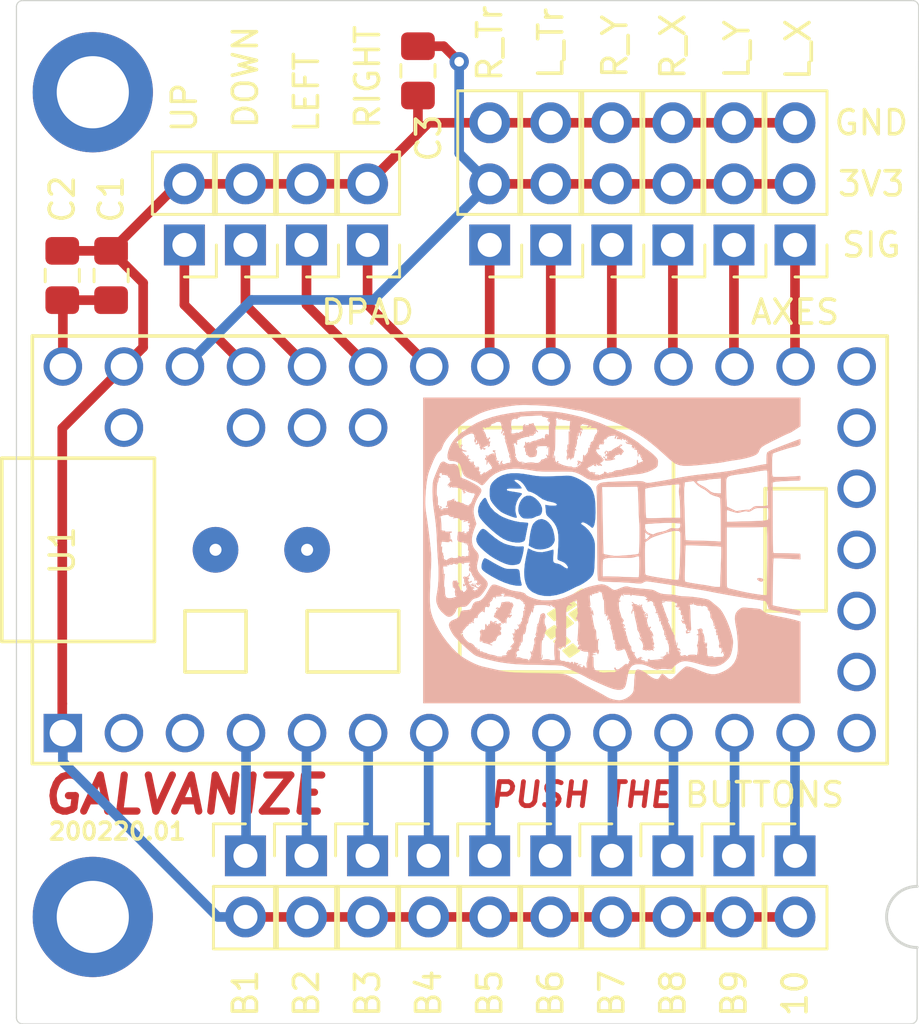
<source format=kicad_pcb>
(kicad_pcb (version 20171130) (host pcbnew "(5.1.4)-1")
  (layers (0 F.Cu signal) (31 B.Cu signal) (34 B.Paste user) (35 F.Paste user) (36 B.SilkS user) (37 F.SilkS user) (38 B.Mask user) (39 F.Mask user) (44 Edge.Cuts user))
  (net 0 "")
  (net 1 VIN)
  (net 2 GND)
  (net 3 PIN_20)
  (net 4 PIN_21)
  (net 5 PIN_22)
  (net 6 PIN_23)
  (net 7 PIN_2)
  (net 8 PIN_3)
  (net 9 PIN_4)
  (net 10 3V3)
  (net 11 PIN_14)
  (net 12 PIN_15)
  (net 13 PIN_16)
  (net 14 PIN_17)
  (net 15 PIN_18)
  (net 16 PIN_19)
  (net 17 PIN_11)
  (net 18 PIN_10)
  (net 19 PIN_9)
  (net 20 PIN_8)
  (net 21 PIN_7)
  (net 22 PIN_6)
  (net 23 PIN_5)
  (net 24 "Net-(U1-Pad37)")
  (net 25 "Net-(U1-Pad36)")
  (net 26 "Net-(U1-Pad35)")
  (net 27 "Net-(U1-Pad34)")
  (net 28 "Net-(U1-Pad15)")
  (net 29 "Net-(U1-Pad16)")
  (net 30 "Net-(U1-Pad19)")
  (net 31 "Net-(U1-Pad18)")
  (net 32 "Net-(U1-Pad17)")
  (net 33 "Net-(U1-Pad2)")
  (net 34 "Net-(U1-Pad3)")
  (net 35 "Net-(U1-Pad14)")
  (net 36 "Net-(U1-Pad20)")
  (module galvanize:push_the_button (layer B.Cu) (at 144.78 93.98 270)
    (fp_text reference G*** hide)
    (fp_text value LOGO hide)
    (fp_poly (pts (xy 0.733814 5.412509) (xy 0.787034 5.389696) (xy 0.8412 5.343719) (xy 0.902321 5.268068) (xy 0.976403 5.156234) (xy 1.069456 5.001706) (xy 1.085231 4.974769) (xy 1.224365 4.714747) (xy 1.334861 4.462392) (xy 1.413082 4.227436) (xy 1.455388 4.019612) (xy 1.459981 3.972277) (xy 1.466751 3.86226) (xy 1.46626 3.797058) (xy 1.456525 3.765287) (xy 1.435563 3.755566) (xy 1.422199 3.755344) (xy 1.350297 3.767532) (xy 1.312333 3.77977) (xy 1.256301 3.793967) (xy 1.164166 3.809249) (xy 1.058333 3.82204) (xy 0.931352 3.834511) (xy 0.849199 3.84887) (xy 0.802206 3.876036) (xy 0.780702 3.926929) (xy 0.775016 4.012471) (xy 0.775476 4.141475) (xy 0.77432 4.273816) (xy 0.767384 4.36963) (xy 0.750556 4.448811) (xy 0.719724 4.53125) (xy 0.674798 4.628444) (xy 0.607012 4.761656) (xy 0.525222 4.910448) (xy 0.44671 5.043419) (xy 0.444014 5.047754) (xy 0.387005 5.145707) (xy 0.346375 5.228274) (xy 0.328365 5.282198) (xy 0.328782 5.292506) (xy 0.3681 5.331426) (xy 0.445545 5.369561) (xy 0.543097 5.400354) (xy 0.642733 5.417249) (xy 0.675532 5.418666) (xy 0.733814 5.412509)) (layer B.Cu) (width 0.01))
    (fp_poly (pts (xy -0.143371 3.355375) (xy -0.064326 3.173693) (xy -0.039552 2.977408) (xy -0.066507 2.775328) (xy -0.11815 2.619261) (xy -0.188174 2.508292) (xy -0.283996 2.432153) (xy -0.330705 2.409362) (xy -0.379022 2.389446) (xy -0.418602 2.378775) (xy -0.464961 2.377009) (xy -0.533614 2.383811) (xy -0.640077 2.398839) (xy -0.662472 2.402103) (xy -0.855671 2.448972) (xy -1.022216 2.526293) (xy -1.155354 2.628392) (xy -1.248337 2.749596) (xy -1.294414 2.884231) (xy -1.298223 2.936463) (xy -1.272745 3.057392) (xy -1.203962 3.17366) (xy -1.103349 3.266998) (xy -1.082279 3.280226) (xy -0.986171 3.321099) (xy -0.845811 3.360243) (xy -0.673384 3.394956) (xy -0.481075 3.422533) (xy -0.403868 3.430719) (xy -0.200958 3.450069) (xy -0.143371 3.355375)) (layer B.Cu) (width 0.01))
    (fp_poly (pts (xy -1.542285 3.863937) (xy -1.428286 3.793803) (xy -1.41221 3.778534) (xy -1.366254 3.727632) (xy -1.340472 3.678321) (xy -1.32912 3.611818) (xy -1.326455 3.509345) (xy -1.326445 3.498066) (xy -1.332629 3.366489) (xy -1.353614 3.271664) (xy -1.382784 3.21096) (xy -1.42034 3.134048) (xy -1.438831 3.06616) (xy -1.439228 3.058511) (xy -1.464796 2.987339) (xy -1.532524 2.933806) (xy -1.629366 2.903809) (xy -1.742271 2.903248) (xy -1.771352 2.908372) (xy -1.904109 2.959837) (xy -2.034548 3.049796) (xy -2.149122 3.164926) (xy -2.234285 3.291904) (xy -2.274146 3.402882) (xy -2.271116 3.529208) (xy -2.217693 3.646222) (xy -2.119863 3.74735) (xy -1.983609 3.826021) (xy -1.850086 3.868569) (xy -1.680943 3.888459) (xy -1.542285 3.863937)) (layer B.Cu) (width 0.01))
    (fp_poly (pts (xy -0.370331 5.624473) (xy -0.252615 5.568248) (xy -0.126025 5.46377) (xy -0.020237 5.35243) (xy 0.121849 5.185822) (xy 0.234911 5.035151) (xy 0.332833 4.879685) (xy 0.429502 4.698691) (xy 0.462864 4.631122) (xy 0.54645 4.440109) (xy 0.594461 4.278498) (xy 0.609202 4.133848) (xy 0.592979 3.993716) (xy 0.586243 3.965222) (xy 0.563037 3.884684) (xy 0.534713 3.836703) (xy 0.485155 3.805012) (xy 0.398246 3.773345) (xy 0.395111 3.772298) (xy 0.268801 3.734327) (xy 0.139809 3.702568) (xy 0.020357 3.679194) (xy -0.077333 3.666378) (xy -0.141039 3.666291) (xy -0.158343 3.673937) (xy -0.165008 3.718127) (xy -0.15846 3.788449) (xy -0.15773 3.792449) (xy -0.153749 3.886948) (xy -0.166236 4.016928) (xy -0.191901 4.164997) (xy -0.227454 4.313764) (xy -0.269606 4.445837) (xy -0.291256 4.498283) (xy -0.388449 4.674813) (xy -0.526208 4.872091) (xy -0.697567 5.080418) (xy -0.75509 5.144276) (xy -0.843679 5.24855) (xy -0.888237 5.32775) (xy -0.88865 5.392261) (xy -0.844804 5.452464) (xy -0.756589 5.518743) (xy -0.750979 5.522423) (xy -0.611439 5.599683) (xy -0.487248 5.634326) (xy -0.370331 5.624473)) (layer B.Cu) (width 0.01))
    (fp_poly (pts (xy -1.44585 5.527479) (xy -1.427175 5.520079) (xy -1.338331 5.467429) (xy -1.225308 5.377132) (xy -1.09621 5.257842) (xy -0.959139 5.118214) (xy -0.822198 4.966903) (xy -0.693491 4.812562) (xy -0.58112 4.663847) (xy -0.493189 4.529413) (xy -0.482903 4.511539) (xy -0.409581 4.350285) (xy -0.357631 4.172473) (xy -0.330269 3.99557) (xy -0.330706 3.837043) (xy -0.344807 3.760955) (xy -0.372342 3.678349) (xy -0.404232 3.634471) (xy -0.455246 3.612574) (xy -0.4806 3.606954) (xy -0.55489 3.592239) (xy -0.663776 3.570852) (xy -0.786443 3.546878) (xy -0.814302 3.54145) (xy -0.926204 3.518945) (xy -1.018308 3.499103) (xy -1.075326 3.485263) (xy -1.083888 3.482563) (xy -1.128633 3.483322) (xy -1.137419 3.48927) (xy -1.150102 3.527933) (xy -1.1568 3.599015) (xy -1.157112 3.618797) (xy -1.174029 3.833278) (xy -1.22089 4.070581) (xy -1.291857 4.309876) (xy -1.381094 4.530331) (xy -1.447924 4.656666) (xy -1.606875 4.877083) (xy -1.790112 5.046866) (xy -1.998381 5.166682) (xy -2.034261 5.181331) (xy -2.130806 5.221821) (xy -2.178004 5.25488) (xy -2.180255 5.290315) (xy -2.141961 5.337932) (xy -2.115804 5.363028) (xy -1.958796 5.477562) (xy -1.788574 5.544568) (xy -1.614479 5.561917) (xy -1.44585 5.527479)) (layer B.Cu) (width 0.01))
    (fp_poly (pts (xy -2.262012 5.072681) (xy -2.139832 5.054527) (xy -2.057425 5.018555) (xy -1.952902 4.948934) (xy -1.839079 4.856346) (xy -1.728774 4.751478) (xy -1.634806 4.645013) (xy -1.611611 4.614212) (xy -1.567 4.540148) (xy -1.517529 4.439324) (xy -1.467878 4.324098) (xy -1.42273 4.206829) (xy -1.386763 4.099876) (xy -1.36466 4.015598) (xy -1.361101 3.966355) (xy -1.364045 3.960548) (xy -1.396115 3.961118) (xy -1.463291 3.977381) (xy -1.512751 3.992962) (xy -1.670412 4.020222) (xy -1.844866 4.007744) (xy -2.017716 3.959918) (xy -2.170564 3.881137) (xy -2.248627 3.81727) (xy -2.319139 3.756305) (xy -2.360782 3.743413) (xy -2.368663 3.750312) (xy -2.382052 3.792116) (xy -2.399753 3.874298) (xy -2.41853 3.981297) (xy -2.423794 4.01528) (xy -2.44641 4.163502) (xy -2.463593 4.264497) (xy -2.478034 4.326897) (xy -2.492425 4.359332) (xy -2.509459 4.370432) (xy -2.531827 4.368827) (xy -2.533953 4.368404) (xy -2.555431 4.357959) (xy -2.568981 4.330443) (xy -2.575937 4.275869) (xy -2.577631 4.184249) (xy -2.575632 4.056084) (xy -2.574337 3.933093) (xy -2.576017 3.834169) (xy -2.580299 3.770841) (xy -2.585386 3.753555) (xy -2.632051 3.773585) (xy -2.697151 3.824191) (xy -2.764788 3.89115) (xy -2.819062 3.960237) (xy -2.822535 3.965727) (xy -2.879221 4.03887) (xy -2.921525 4.059368) (xy -2.94413 4.030287) (xy -2.941719 3.954693) (xy -2.930324 3.903563) (xy -2.875909 3.795751) (xy -2.775614 3.68909) (xy -2.63933 3.59341) (xy -2.593008 3.568369) (xy -2.516592 3.522955) (xy -2.466602 3.480411) (xy -2.455334 3.459086) (xy -2.4403 3.390319) (xy -2.40136 3.294606) (xy -2.347752 3.190689) (xy -2.288717 3.09731) (xy -2.257122 3.057052) (xy -2.134305 2.88059) (xy -2.05192 2.673951) (xy -2.019676 2.528855) (xy -1.991635 2.40913) (xy -1.955834 2.324902) (xy -1.916407 2.282958) (xy -1.877488 2.290086) (xy -1.875435 2.292047) (xy -1.860324 2.336238) (xy -1.85365 2.41847) (xy -1.855696 2.52093) (xy -1.866745 2.625807) (xy -1.869825 2.644197) (xy -1.891033 2.762505) (xy -1.68635 2.747258) (xy -1.574157 2.736205) (xy -1.501767 2.719843) (xy -1.452539 2.692611) (xy -1.416833 2.657172) (xy -1.275849 2.508005) (xy -1.136353 2.392639) (xy -0.989515 2.308294) (xy -0.826508 2.252194) (xy -0.638502 2.22156) (xy -0.416671 2.213616) (xy -0.152186 2.225582) (xy -0.066664 2.232345) (xy 0.079859 2.243566) (xy 0.207878 2.251072) (xy 0.30608 2.254372) (xy 0.363152 2.252973) (xy 0.37105 2.25139) (xy 0.401029 2.217103) (xy 0.432013 2.147634) (xy 0.443605 2.109991) (xy 0.509388 1.970774) (xy 0.580045 1.893366) (xy 0.665868 1.832529) (xy 0.725248 1.81725) (xy 0.753961 1.841202) (xy 0.747784 1.898056) (xy 0.702493 1.981484) (xy 0.668418 2.02578) (xy 0.588575 2.150712) (xy 0.553028 2.261396) (xy 0.536075 2.348315) (xy 0.511312 2.403825) (xy 0.467714 2.433769) (xy 0.394255 2.44399) (xy 0.279911 2.440335) (xy 0.222755 2.436474) (xy 0.111822 2.430777) (xy 0.025977 2.430513) (xy -0.022186 2.435522) (xy -0.028223 2.43967) (xy -0.020539 2.475245) (xy -0.000294 2.549387) (xy 0.028309 2.646769) (xy 0.03149 2.657273) (xy 0.077335 2.883054) (xy 0.071151 3.090988) (xy 0.012652 3.285775) (xy -0.009372 3.331414) (xy -0.048953 3.41074) (xy -0.073674 3.466269) (xy -0.078329 3.484046) (xy -0.049414 3.49146) (xy 0.024049 3.508332) (xy 0.131424 3.532266) (xy 0.262073 3.560867) (xy 0.282222 3.565238) (xy 0.605125 3.621007) (xy 0.896052 3.642016) (xy 1.151788 3.628449) (xy 1.369115 3.580492) (xy 1.544817 3.498332) (xy 1.554716 3.491815) (xy 1.624089 3.430107) (xy 1.697847 3.341855) (xy 1.737619 3.282618) (xy 1.835345 3.065872) (xy 1.886407 2.823901) (xy 1.891175 2.562684) (xy 1.85002 2.288201) (xy 1.763312 2.006432) (xy 1.642217 1.743271) (xy 1.581457 1.627235) (xy 1.529745 1.523524) (xy 1.493876 1.446035) (xy 1.482075 1.415662) (xy 1.444454 1.327425) (xy 1.381432 1.214461) (xy 1.30452 1.094746) (xy 1.22523 0.986256) (xy 1.15826 0.91003) (xy 1.098538 0.853933) (xy 1.043661 0.810807) (xy 0.985064 0.778691) (xy 0.91418 0.755626) (xy 0.822443 0.739651) (xy 0.701287 0.728805) (xy 0.542147 0.721129) (xy 0.336455 0.714661) (xy 0.30014 0.713649) (xy 0.098791 0.708425) (xy -0.055607 0.705733) (xy -0.172515 0.70611) (xy -0.261392 0.71009) (xy -0.331697 0.718211) (xy -0.392889 0.731007) (xy -0.454428 0.749014) (xy -0.481693 0.757941) (xy -0.659412 0.84098) (xy -0.830538 0.963761) (xy -0.975698 1.111048) (xy -1.034964 1.193019) (xy -1.08008 1.259128) (xy -1.110279 1.283176) (xy -1.137608 1.272689) (xy -1.147607 1.263377) (xy -1.172012 1.229655) (xy -1.171549 1.18795) (xy -1.145869 1.117292) (xy -1.145143 1.115552) (xy -1.096966 1.025472) (xy -1.03162 0.931875) (xy -1.012644 0.909087) (xy -0.961104 0.846984) (xy -0.944163 0.810779) (xy -0.957496 0.785491) (xy -0.973324 0.772872) (xy -1.057772 0.735092) (xy -1.189863 0.706803) (xy -1.361517 0.688494) (xy -1.564655 0.680653) (xy -1.791199 0.68377) (xy -2.033068 0.698333) (xy -2.102556 0.70454) (xy -2.28204 0.73621) (xy -2.450753 0.792432) (xy -2.59091 0.866465) (xy -2.648538 0.911545) (xy -2.74163 1.015494) (xy -2.840776 1.155125) (xy -2.934611 1.312433) (xy -3.011767 1.46941) (xy -3.032004 1.519046) (xy -3.061342 1.597335) (xy -3.081929 1.661992) (xy -3.0948 1.724792) (xy -3.10099 1.797508) (xy -3.101534 1.891917) (xy -3.097467 2.019793) (xy -3.09031 2.182268) (xy -3.079661 2.441773) (xy -3.073968 2.655247) (xy -3.073578 2.832916) (xy -3.078841 2.985006) (xy -3.090105 3.121742) (xy -3.107718 3.253349) (xy -3.131372 3.386673) (xy -3.181314 3.684511) (xy -3.206105 3.939992) (xy -3.205492 4.161411) (xy -3.179224 4.357066) (xy -3.12705 4.535254) (xy -3.094159 4.613908) (xy -3.011072 4.760603) (xy -2.908142 4.889647) (xy -2.796826 4.98889) (xy -2.688585 5.046183) (xy -2.685616 5.047094) (xy -2.564765 5.069579) (xy -2.41495 5.078225) (xy -2.262012 5.072681)) (layer B.Cu) (width 0.01))
  )
  (module galvanize:PinHeader_1x03_P2.54mm_Vertical_Labeled (layer F.Cu) (at 139.7 81.28 180)
    (fp_text reference J20 hide)
    (fp_text value R_Tr (at 0 8.382 270) (layer F.SilkS))
    (pad 1 thru_hole rect (at 0 0 180) (size 1.7 1.7) (drill 1) (layers *.Cu *.Mask) (net 16 PIN_19))
    (pad 2 thru_hole oval (at 0 2.54 180) (size 1.7 1.7) (drill 1) (layers *.Cu *.Mask) (net 10 3V3))
    (pad 3 thru_hole oval (at 0 5.08 180) (size 1.7 1.7) (drill 1) (layers *.Cu *.Mask) (net 2 GND))
  )
  (module galvanize:PinHeader_1x03_P2.54mm_Vertical_Labeled (layer F.Cu) (at 142.24 81.28 180)
    (fp_text reference J19 hide)
    (fp_text value L_Tr (at 0 8.382 270) (layer F.SilkS))
    (pad 1 thru_hole rect (at 0 0 180) (size 1.7 1.7) (drill 1) (layers *.Cu *.Mask) (net 15 PIN_18))
    (pad 2 thru_hole oval (at 0 2.54 180) (size 1.7 1.7) (drill 1) (layers *.Cu *.Mask) (net 10 3V3))
    (pad 3 thru_hole oval (at 0 5.08 180) (size 1.7 1.7) (drill 1) (layers *.Cu *.Mask) (net 2 GND))
  )
  (module galvanize:PinHeader_1x03_P2.54mm_Vertical_Labeled (layer F.Cu) (at 144.78 81.28 180)
    (fp_text reference J18 hide)
    (fp_text value R_Y (at -0.127 8.255 270) (layer F.SilkS))
    (pad 1 thru_hole rect (at 0 0 180) (size 1.7 1.7) (drill 1) (layers *.Cu *.Mask) (net 14 PIN_17))
    (pad 2 thru_hole oval (at 0 2.54 180) (size 1.7 1.7) (drill 1) (layers *.Cu *.Mask) (net 10 3V3))
    (pad 3 thru_hole oval (at 0 5.08 180) (size 1.7 1.7) (drill 1) (layers *.Cu *.Mask) (net 2 GND))
  )
  (module galvanize:PinHeader_1x03_P2.54mm_Vertical_Labeled (layer F.Cu) (at 147.32 81.28 180)
    (fp_text reference J17 hide)
    (fp_text value R_X (at 0 8.255 270) (layer F.SilkS))
    (pad 1 thru_hole rect (at 0 0 180) (size 1.7 1.7) (drill 1) (layers *.Cu *.Mask) (net 13 PIN_16))
    (pad 2 thru_hole oval (at 0 2.54 180) (size 1.7 1.7) (drill 1) (layers *.Cu *.Mask) (net 10 3V3))
    (pad 3 thru_hole oval (at 0 5.08 180) (size 1.7 1.7) (drill 1) (layers *.Cu *.Mask) (net 2 GND))
  )
  (module galvanize:PinHeader_1x03_P2.54mm_Vertical_Labeled (layer F.Cu) (at 149.86 81.28 180)
    (fp_text reference J16 hide)
    (fp_text value L_Y (at -0.127 8.128 270) (layer F.SilkS))
    (pad 1 thru_hole rect (at 0 0 180) (size 1.7 1.7) (drill 1) (layers *.Cu *.Mask) (net 12 PIN_15))
    (pad 2 thru_hole oval (at 0 2.54 180) (size 1.7 1.7) (drill 1) (layers *.Cu *.Mask) (net 10 3V3))
    (pad 3 thru_hole oval (at 0 5.08 180) (size 1.7 1.7) (drill 1) (layers *.Cu *.Mask) (net 2 GND))
  )
  (module galvanize:PinHeader_1x03_P2.54mm_Vertical_Labeled (layer F.Cu) (at 152.4 81.28 180)
    (fp_text reference J15 hide)
    (fp_text value L_X (at -0.127 8.128 270) (layer F.SilkS))
    (pad 1 thru_hole rect (at 0 0 180) (size 1.7 1.7) (drill 1) (layers *.Cu *.Mask) (net 11 PIN_14))
    (pad 2 thru_hole oval (at 0 2.54 180) (size 1.7 1.7) (drill 1) (layers *.Cu *.Mask) (net 10 3V3))
    (pad 3 thru_hole oval (at 0 5.08 180) (size 1.7 1.7) (drill 1) (layers *.Cu *.Mask) (net 2 GND))
  )
  (module galvanize:PinHeader_1x02_P2.54mm_Vertical_Labeled (layer F.Cu) (at 152.4 106.68)
    (fp_text reference J14 hide)
    (fp_text value 10 (at 0 5.715 270) (layer F.SilkS))
    (pad 1 thru_hole rect (at 0 0) (size 1.7 1.7) (drill 1) (layers *.Cu *.Mask) (net 17 PIN_11))
    (pad 2 thru_hole oval (at 0 2.54) (size 1.7 1.7) (drill 1) (layers *.Cu *.Mask) (net 2 GND))
  )
  (module galvanize:PinHeader_1x02_P2.54mm_Vertical_Labeled (layer F.Cu) (at 149.86 106.68)
    (fp_text reference J13 hide)
    (fp_text value B9 (at 0 5.715 270) (layer F.SilkS))
    (pad 1 thru_hole rect (at 0 0) (size 1.7 1.7) (drill 1) (layers *.Cu *.Mask) (net 18 PIN_10))
    (pad 2 thru_hole oval (at 0 2.54) (size 1.7 1.7) (drill 1) (layers *.Cu *.Mask) (net 2 GND))
  )
  (module galvanize:PinHeader_1x02_P2.54mm_Vertical_Labeled (layer F.Cu) (at 147.32 106.68)
    (fp_text reference J12 hide)
    (fp_text value B8 (at 0 5.715 270) (layer F.SilkS))
    (pad 1 thru_hole rect (at 0 0) (size 1.7 1.7) (drill 1) (layers *.Cu *.Mask) (net 19 PIN_9))
    (pad 2 thru_hole oval (at 0 2.54) (size 1.7 1.7) (drill 1) (layers *.Cu *.Mask) (net 2 GND))
  )
  (module galvanize:PinHeader_1x02_P2.54mm_Vertical_Labeled (layer F.Cu) (at 144.78 106.68)
    (fp_text reference J11 hide)
    (fp_text value B7 (at 0 5.715 270) (layer F.SilkS))
    (pad 1 thru_hole rect (at 0 0) (size 1.7 1.7) (drill 1) (layers *.Cu *.Mask) (net 20 PIN_8))
    (pad 2 thru_hole oval (at 0 2.54) (size 1.7 1.7) (drill 1) (layers *.Cu *.Mask) (net 2 GND))
  )
  (module galvanize:PinHeader_1x02_P2.54mm_Vertical_Labeled (layer F.Cu) (at 142.24 106.68)
    (fp_text reference J10 hide)
    (fp_text value B6 (at 0 5.715 270) (layer F.SilkS))
    (pad 1 thru_hole rect (at 0 0) (size 1.7 1.7) (drill 1) (layers *.Cu *.Mask) (net 21 PIN_7))
    (pad 2 thru_hole oval (at 0 2.54) (size 1.7 1.7) (drill 1) (layers *.Cu *.Mask) (net 2 GND))
  )
  (module galvanize:PinHeader_1x02_P2.54mm_Vertical_Labeled (layer F.Cu) (at 139.7 106.68)
    (fp_text reference J9 hide)
    (fp_text value B5 (at 0 5.715 270) (layer F.SilkS))
    (pad 1 thru_hole rect (at 0 0) (size 1.7 1.7) (drill 1) (layers *.Cu *.Mask) (net 22 PIN_6))
    (pad 2 thru_hole oval (at 0 2.54) (size 1.7 1.7) (drill 1) (layers *.Cu *.Mask) (net 2 GND))
  )
  (module galvanize:PinHeader_1x02_P2.54mm_Vertical_Labeled (layer F.Cu) (at 137.16 106.68)
    (fp_text reference J8 hide)
    (fp_text value B4 (at 0 5.715 270) (layer F.SilkS))
    (pad 1 thru_hole rect (at 0 0) (size 1.7 1.7) (drill 1) (layers *.Cu *.Mask) (net 23 PIN_5))
    (pad 2 thru_hole oval (at 0 2.54) (size 1.7 1.7) (drill 1) (layers *.Cu *.Mask) (net 2 GND))
  )
  (module galvanize:PinHeader_1x02_P2.54mm_Vertical_Labeled (layer F.Cu) (at 134.62 106.68)
    (fp_text reference J7 hide)
    (fp_text value B3 (at 0 5.715 270) (layer F.SilkS))
    (pad 1 thru_hole rect (at 0 0) (size 1.7 1.7) (drill 1) (layers *.Cu *.Mask) (net 9 PIN_4))
    (pad 2 thru_hole oval (at 0 2.54) (size 1.7 1.7) (drill 1) (layers *.Cu *.Mask) (net 2 GND))
  )
  (module galvanize:PinHeader_1x02_P2.54mm_Vertical_Labeled (layer F.Cu) (at 132.08 106.68)
    (fp_text reference J6 hide)
    (fp_text value B2 (at 0 5.715 270) (layer F.SilkS))
    (pad 1 thru_hole rect (at 0 0) (size 1.7 1.7) (drill 1) (layers *.Cu *.Mask) (net 8 PIN_3))
    (pad 2 thru_hole oval (at 0 2.54) (size 1.7 1.7) (drill 1) (layers *.Cu *.Mask) (net 2 GND))
  )
  (module galvanize:PinHeader_1x02_P2.54mm_Vertical_Labeled (layer F.Cu) (at 129.54 106.68)
    (fp_text reference J5 hide)
    (fp_text value B1 (at 0 5.715 270) (layer F.SilkS))
    (pad 1 thru_hole rect (at 0 0) (size 1.7 1.7) (drill 1) (layers *.Cu *.Mask) (net 7 PIN_2))
    (pad 2 thru_hole oval (at 0 2.54) (size 1.7 1.7) (drill 1) (layers *.Cu *.Mask) (net 2 GND))
  )
  (module galvanize:PinHeader_1x02_P2.54mm_Vertical_Labeled (layer F.Cu) (at 127 81.28 180)
    (fp_text reference J4 hide)
    (fp_text value UP (at 0 5.715 270) (layer F.SilkS))
    (pad 1 thru_hole rect (at 0 0 180) (size 1.7 1.7) (drill 1) (layers *.Cu *.Mask) (net 6 PIN_23))
    (pad 2 thru_hole oval (at 0 2.54 180) (size 1.7 1.7) (drill 1) (layers *.Cu *.Mask) (net 2 GND))
  )
  (module galvanize:PinHeader_1x02_P2.54mm_Vertical_Labeled (layer F.Cu) (at 129.54 81.28 180)
    (fp_text reference J3 hide)
    (fp_text value DOWN (at 0 6.985 270) (layer F.SilkS))
    (pad 1 thru_hole rect (at 0 0 180) (size 1.7 1.7) (drill 1) (layers *.Cu *.Mask) (net 5 PIN_22))
    (pad 2 thru_hole oval (at 0 2.54 180) (size 1.7 1.7) (drill 1) (layers *.Cu *.Mask) (net 2 GND))
  )
  (module galvanize:PinHeader_1x02_P2.54mm_Vertical_Labeled (layer F.Cu) (at 132.08 81.28 180)
    (fp_text reference J2 hide)
    (fp_text value LEFT (at 0 6.35 270) (layer F.SilkS))
    (pad 1 thru_hole rect (at 0 0 180) (size 1.7 1.7) (drill 1) (layers *.Cu *.Mask) (net 4 PIN_21))
    (pad 2 thru_hole oval (at 0 2.54 180) (size 1.7 1.7) (drill 1) (layers *.Cu *.Mask) (net 2 GND))
  )
  (module galvanize:PinHeader_1x02_P2.54mm_Vertical_Labeled (layer F.Cu) (at 134.62 81.28 180)
    (fp_text reference J1 hide)
    (fp_text value RIGHT (at 0 6.985 270) (layer F.SilkS))
    (pad 1 thru_hole rect (at 0 0 180) (size 1.7 1.7) (drill 1) (layers *.Cu *.Mask) (net 3 PIN_20))
    (pad 2 thru_hole oval (at 0 2.54 180) (size 1.7 1.7) (drill 1) (layers *.Cu *.Mask) (net 2 GND))
  )
  (module Teensy:Teensy30_31_32_LC (layer F.Cu) (at 138.4554 93.9546)
    (fp_text reference U1 (at -16.5354 0.0254 90) (layer F.SilkS))
    (fp_text value Teensy-LC)
    (pad 52 thru_hole circle (at -10.16 0) (size 1.9 1.9) (drill 0.5) (layers *.Cu *.Mask))
    (pad 52 thru_hole circle (at -6.35 0) (size 1.9 1.9) (drill 0.5) (layers *.Cu *.Mask))
    (pad 1 thru_hole rect (at -16.51 7.62) (size 1.6 1.6) (drill 1.1) (layers *.Cu *.Mask) (net 2 GND))
    (pad 2 thru_hole circle (at -13.97 7.62) (size 1.6 1.6) (drill 1.1) (layers *.Cu *.Mask) (net 33 "Net-(U1-Pad2)"))
    (pad 3 thru_hole circle (at -11.43 7.62) (size 1.6 1.6) (drill 1.1) (layers *.Cu *.Mask) (net 34 "Net-(U1-Pad3)"))
    (pad 4 thru_hole circle (at -8.89 7.62) (size 1.6 1.6) (drill 1.1) (layers *.Cu *.Mask) (net 7 PIN_2))
    (pad 5 thru_hole circle (at -6.35 7.62) (size 1.6 1.6) (drill 1.1) (layers *.Cu *.Mask) (net 8 PIN_3))
    (pad 6 thru_hole circle (at -3.81 7.62) (size 1.6 1.6) (drill 1.1) (layers *.Cu *.Mask) (net 9 PIN_4))
    (pad 7 thru_hole circle (at -1.27 7.62) (size 1.6 1.6) (drill 1.1) (layers *.Cu *.Mask) (net 23 PIN_5))
    (pad 8 thru_hole circle (at 1.27 7.62) (size 1.6 1.6) (drill 1.1) (layers *.Cu *.Mask) (net 22 PIN_6))
    (pad 9 thru_hole circle (at 3.81 7.62) (size 1.6 1.6) (drill 1.1) (layers *.Cu *.Mask) (net 21 PIN_7))
    (pad 10 thru_hole circle (at 6.35 7.62) (size 1.6 1.6) (drill 1.1) (layers *.Cu *.Mask) (net 20 PIN_8))
    (pad 11 thru_hole circle (at 8.89 7.62) (size 1.6 1.6) (drill 1.1) (layers *.Cu *.Mask) (net 19 PIN_9))
    (pad 12 thru_hole circle (at 11.43 7.62) (size 1.6 1.6) (drill 1.1) (layers *.Cu *.Mask) (net 18 PIN_10))
    (pad 13 thru_hole circle (at 13.97 7.62) (size 1.6 1.6) (drill 1.1) (layers *.Cu *.Mask) (net 17 PIN_11))
    (pad 37 thru_hole circle (at -3.81 -5.08) (size 1.6 1.6) (drill 1.1) (layers *.Cu *.Mask) (net 24 "Net-(U1-Pad37)"))
    (pad 36 thru_hole circle (at -6.35 -5.08) (size 1.6 1.6) (drill 1.1) (layers *.Cu *.Mask) (net 25 "Net-(U1-Pad36)"))
    (pad 35 thru_hole circle (at -8.89 -5.08) (size 1.6 1.6) (drill 1.1) (layers *.Cu *.Mask) (net 26 "Net-(U1-Pad35)"))
    (pad 34 thru_hole circle (at -13.97 -5.08) (size 1.6 1.6) (drill 1.1) (layers *.Cu *.Mask) (net 27 "Net-(U1-Pad34)"))
    (pad 33 thru_hole circle (at -16.51 -7.62) (size 1.6 1.6) (drill 1.1) (layers *.Cu *.Mask) (net 1 VIN))
    (pad 32 thru_hole circle (at -13.97 -7.62) (size 1.6 1.6) (drill 1.1) (layers *.Cu *.Mask) (net 2 GND))
    (pad 31 thru_hole circle (at -11.43 -7.62) (size 1.6 1.6) (drill 1.1) (layers *.Cu *.Mask) (net 10 3V3))
    (pad 30 thru_hole circle (at -8.89 -7.62) (size 1.6 1.6) (drill 1.1) (layers *.Cu *.Mask) (net 6 PIN_23))
    (pad 29 thru_hole circle (at -6.35 -7.62) (size 1.6 1.6) (drill 1.1) (layers *.Cu *.Mask) (net 5 PIN_22))
    (pad 28 thru_hole circle (at -3.81 -7.62) (size 1.6 1.6) (drill 1.1) (layers *.Cu *.Mask) (net 4 PIN_21))
    (pad 27 thru_hole circle (at -1.27 -7.62) (size 1.6 1.6) (drill 1.1) (layers *.Cu *.Mask) (net 3 PIN_20))
    (pad 26 thru_hole circle (at 1.27 -7.62) (size 1.6 1.6) (drill 1.1) (layers *.Cu *.Mask) (net 16 PIN_19))
    (pad 25 thru_hole circle (at 3.81 -7.62) (size 1.6 1.6) (drill 1.1) (layers *.Cu *.Mask) (net 15 PIN_18))
    (pad 24 thru_hole circle (at 6.35 -7.62) (size 1.6 1.6) (drill 1.1) (layers *.Cu *.Mask) (net 14 PIN_17))
    (pad 23 thru_hole circle (at 8.89 -7.62) (size 1.6 1.6) (drill 1.1) (layers *.Cu *.Mask) (net 13 PIN_16))
    (pad 22 thru_hole circle (at 11.43 -7.62) (size 1.6 1.6) (drill 1.1) (layers *.Cu *.Mask) (net 12 PIN_15))
    (pad 21 thru_hole circle (at 13.97 -7.62) (size 1.6 1.6) (drill 1.1) (layers *.Cu *.Mask) (net 11 PIN_14))
    (pad 14 thru_hole circle (at 16.51 7.62) (size 1.6 1.6) (drill 1.1) (layers *.Cu *.Mask) (net 35 "Net-(U1-Pad14)"))
    (pad 15 thru_hole circle (at 16.51 5.08) (size 1.6 1.6) (drill 1.1) (layers *.Cu *.Mask) (net 28 "Net-(U1-Pad15)"))
    (pad 16 thru_hole circle (at 16.51 2.54) (size 1.6 1.6) (drill 1.1) (layers *.Cu *.Mask) (net 29 "Net-(U1-Pad16)"))
    (pad 20 thru_hole circle (at 16.51 -7.62) (size 1.6 1.6) (drill 1.1) (layers *.Cu *.Mask) (net 36 "Net-(U1-Pad20)"))
    (pad 19 thru_hole circle (at 16.51 -5.08) (size 1.6 1.6) (drill 1.1) (layers *.Cu *.Mask) (net 30 "Net-(U1-Pad19)"))
    (pad 18 thru_hole circle (at 16.51 -2.54) (size 1.6 1.6) (drill 1.1) (layers *.Cu *.Mask) (net 31 "Net-(U1-Pad18)"))
    (pad 17 thru_hole circle (at 16.51 0) (size 1.6 1.6) (drill 1.1) (layers *.Cu *.Mask) (net 32 "Net-(U1-Pad17)"))
  )
  (module Capacitor_SMD:C_0805_2012Metric_Pad1.15x1.40mm_HandSolder (layer F.Cu) (at 121.92 82.55 270)
    (fp_text reference C2 (at -3.175 0 90) (layer F.SilkS))
    (fp_text value C)
    (pad 2 smd roundrect (at 1.025 0 270) (size 1.15 1.4) (layers F.Cu F.Paste F.Mask) (roundrect_rratio 0.217391) (net 1 VIN))
    (pad 1 smd roundrect (at -1.025 0 270) (size 1.15 1.4) (layers F.Cu F.Paste F.Mask) (roundrect_rratio 0.217391) (net 2 GND))
  )
  (module Capacitor_SMD:C_0805_2012Metric_Pad1.15x1.40mm_HandSolder (layer F.Cu) (at 123.952 82.55 270)
    (fp_text reference C1 (at -3.175 0 90) (layer F.SilkS))
    (fp_text value C)
    (pad 2 smd roundrect (at 1.025 0 270) (size 1.15 1.4) (layers F.Cu F.Paste F.Mask) (roundrect_rratio 0.217391) (net 1 VIN))
    (pad 1 smd roundrect (at -1.025 0 270) (size 1.15 1.4) (layers F.Cu F.Paste F.Mask) (roundrect_rratio 0.217391) (net 2 GND))
  )
  (module Capacitor_SMD:C_0805_2012Metric_Pad1.15x1.40mm_HandSolder (layer F.Cu) (at 136.7155 74.041 90)
    (fp_text reference C3 (at -2.794 0.4445 270) (layer F.SilkS))
    (fp_text value C)
    (pad 2 smd roundrect (at 1.025 0 90) (size 1.15 1.4) (layers F.Cu F.Paste F.Mask) (roundrect_rratio 0.217391) (net 10 3V3))
    (pad 1 smd roundrect (at -1.025 0 90) (size 1.15 1.4) (layers F.Cu F.Paste F.Mask) (roundrect_rratio 0.217391) (net 2 GND))
  )
  (gr_text SIG (at 155.575 81.28) (layer F.SilkS) (effects (font (size 1 1))))
  (gr_text 3V3 (at 155.575 78.74) (layer F.SilkS) (effects (font (size 1 1))))
  (gr_text GND (at 155.575 76.2) (layer F.SilkS) (effects (font (size 1 1))))
  (gr_line (start 157.5435 71.374) (end 157.48 107.95) (layer Edge.Cuts) (width 0.05))
  (gr_arc (start 157.2895 71.374) (end 157.5435 71.374) (angle -90) (layer Edge.Cuts) (width 0.05))
  (gr_arc (start 120.269 71.374) (end 120.269 71.12) (angle -90) (layer Edge.Cuts) (width 0.05))
  (gr_arc (start 120.269 113.411) (end 120.015 113.411) (angle -90) (layer Edge.Cuts) (width 0.05))
  (gr_line (start 120.269 71.12) (end 157.2895 71.12) (layer Edge.Cuts) (width 0.05))
  (gr_line (start 120.015 113.411) (end 120.015 71.374) (layer Edge.Cuts) (width 0.05))
  (gr_line (start 157.226 113.665) (end 120.269 113.665) (layer Edge.Cuts) (width 0.05))
  (gr_arc (start 157.226 113.411) (end 157.226 113.665) (angle -90) (layer Edge.Cuts) (width 0.05))
  (gr_text 200220.01 (at 124.206 105.664) (layer F.SilkS) (effects (font (size 0.7 0.7))))
  (gr_text GALVANIZE (at 127 104.14) (layer F.Cu) (effects (font (size 1.5 1.5) (thickness 0.3) italic)))
  (gr_text "PUSH THE" (at 143.51 104.14) (layer F.Cu) (effects (font (size 1 1) (thickness 0.2) italic)))
  (gr_line (start 157.48 113.411) (end 157.48 110.49) (layer Edge.Cuts) (width 0.05))
  (gr_arc (start 157.48 109.22) (end 157.48 107.95) (angle -180) (layer Edge.Cuts) (width 0.12))
  (gr_text AXES (at 152.4 84.074) (layer F.SilkS) (effects (font (size 1 1))))
  (gr_text DPAD (at 134.62 84.074) (layer F.SilkS) (effects (font (size 1 1))))
  (gr_text BUTTONS (at 151.13 104.14) (layer F.SilkS) (effects (font (size 1 1))))
  (via (at 123.19 74.93) (size 5) (drill 3) (layers F.Cu B.Cu) (net 0))
  (via (at 123.19 109.22) (size 5) (drill 3) (layers F.Cu B.Cu) (net 0))
  (segment (start 121.9454 83.6004) (end 121.92 83.575) (width 0.4) (layer F.Cu) (net 1))
  (segment (start 121.9454 86.3346) (end 121.9454 83.6004) (width 0.4) (layer F.Cu) (net 1))
  (segment (start 121.92 83.575) (end 123.952 83.575) (width 0.4) (layer F.Cu) (net 1))
  (segment (start 124.215 86.115) (end 124.46 86.36) (width 0.4) (layer F.Cu) (net 2))
  (segment (start 139.7 76.2) (end 152.4 76.2) (width 0.4) (layer F.Cu) (net 2))
  (segment (start 152.4 109.22) (end 129.54 109.22) (width 0.4) (layer F.Cu) (net 2))
  (segment (start 121.92 100.35) (end 121.92 101.6) (width 0.4) (layer F.Cu) (net 2))
  (segment (start 121.92 88.9) (end 121.92 100.35) (width 0.4) (layer F.Cu) (net 2))
  (segment (start 124.4854 86.3346) (end 121.92 88.9) (width 0.4) (layer F.Cu) (net 2))
  (segment (start 121.92 81.525) (end 123.952 81.525) (width 0.4) (layer F.Cu) (net 2))
  (segment (start 126.737 78.74) (end 127 78.74) (width 0.4) (layer F.Cu) (net 2))
  (segment (start 123.952 81.525) (end 126.737 78.74) (width 0.4) (layer F.Cu) (net 2))
  (segment (start 127 78.74) (end 134.62 78.74) (width 0.4) (layer F.Cu) (net 2))
  (segment (start 124.575372 82.148372) (end 123.952 81.525) (width 0.4) (layer F.Cu) (net 2))
  (segment (start 125.285399 82.858399) (end 124.575372 82.148372) (width 0.4) (layer F.Cu) (net 2))
  (segment (start 125.285399 85.534601) (end 125.285399 82.858399) (width 0.4) (layer F.Cu) (net 2))
  (segment (start 124.4854 86.3346) (end 125.285399 85.534601) (width 0.4) (layer F.Cu) (net 2))
  (segment (start 137.16 76.2) (end 139.7 76.2) (width 0.4) (layer F.Cu) (net 2))
  (segment (start 134.62 78.74) (end 137.16 76.2) (width 0.4) (layer F.Cu) (net 2))
  (segment (start 128.3908 109.22) (end 129.54 109.22) (width 0.4) (layer B.Cu) (net 2))
  (segment (start 121.9454 102.7746) (end 128.3908 109.22) (width 0.4) (layer B.Cu) (net 2))
  (segment (start 121.9454 101.5746) (end 121.9454 102.7746) (width 0.4) (layer B.Cu) (net 2))
  (segment (start 136.7155 76.6445) (end 134.62 78.74) (width 0.4) (layer F.Cu) (net 2))
  (segment (start 136.7155 75.066) (end 136.7155 76.6445) (width 0.4) (layer F.Cu) (net 2))
  (segment (start 134.62 83.7692) (end 137.1854 86.3346) (width 0.4) (layer F.Cu) (net 3))
  (segment (start 134.62 81.28) (end 134.62 83.7692) (width 0.4) (layer F.Cu) (net 3))
  (segment (start 132.08 83.7692) (end 134.6454 86.3346) (width 0.4) (layer F.Cu) (net 4))
  (segment (start 132.08 81.28) (end 132.08 83.7692) (width 0.4) (layer F.Cu) (net 4))
  (segment (start 129.54 83.7692) (end 132.1054 86.3346) (width 0.4) (layer F.Cu) (net 5))
  (segment (start 129.54 81.28) (end 129.54 83.7692) (width 0.4) (layer F.Cu) (net 5))
  (segment (start 127 83.7692) (end 127 81.28) (width 0.4) (layer F.Cu) (net 6))
  (segment (start 129.5654 86.3346) (end 127 83.7692) (width 0.4) (layer F.Cu) (net 6))
  (segment (start 129.5654 106.6546) (end 129.54 106.68) (width 0.4) (layer B.Cu) (net 7))
  (segment (start 129.5654 101.5746) (end 129.5654 106.6546) (width 0.4) (layer B.Cu) (net 7))
  (segment (start 132.08 101.6) (end 132.1054 101.5746) (width 0.4) (layer B.Cu) (net 8))
  (segment (start 132.08 106.68) (end 132.08 101.6) (width 0.4) (layer B.Cu) (net 8))
  (segment (start 134.6454 106.6546) (end 134.62 106.68) (width 0.4) (layer B.Cu) (net 9))
  (segment (start 134.6454 101.5746) (end 134.6454 106.6546) (width 0.4) (layer B.Cu) (net 9))
  (segment (start 139.7 78.74) (end 152.4 78.74) (width 0.4) (layer F.Cu) (net 10))
  (segment (start 127.0254 86.3346) (end 129.794 83.566) (width 0.4) (layer B.Cu) (net 10))
  (segment (start 134.874 83.566) (end 139.7 78.74) (width 0.4) (layer B.Cu) (net 10))
  (segment (start 129.794 83.566) (end 134.874 83.566) (width 0.4) (layer B.Cu) (net 10))
  (via (at 138.43 73.66) (size 0.8) (drill 0.4) (layers F.Cu B.Cu) (net 10))
  (segment (start 136.7155 73.016) (end 137.786 73.016) (width 0.4) (layer F.Cu) (net 10))
  (segment (start 137.786 73.016) (end 138.43 73.66) (width 0.4) (layer F.Cu) (net 10))
  (segment (start 138.43 77.47) (end 139.7 78.74) (width 0.4) (layer B.Cu) (net 10))
  (segment (start 138.43 73.66) (end 138.43 77.47) (width 0.4) (layer B.Cu) (net 10))
  (segment (start 152.4 81.28) (end 152.4 86.36) (width 0.4) (layer F.Cu) (net 11))
  (segment (start 149.86 86.3092) (end 149.8854 86.3346) (width 0.4) (layer F.Cu) (net 12))
  (segment (start 149.86 81.28) (end 149.86 86.3092) (width 0.4) (layer F.Cu) (net 12))
  (segment (start 147.32 86.3092) (end 147.3454 86.3346) (width 0.4) (layer F.Cu) (net 13))
  (segment (start 147.32 81.28) (end 147.32 86.3092) (width 0.4) (layer F.Cu) (net 13))
  (segment (start 144.78 81.28) (end 144.78 86.36) (width 0.4) (layer F.Cu) (net 14))
  (segment (start 142.24 81.28) (end 142.24 86.36) (width 0.4) (layer F.Cu) (net 15))
  (segment (start 139.7 81.28) (end 139.7 86.36) (width 0.4) (layer F.Cu) (net 16))
  (segment (start 152.4 101.6) (end 152.4254 101.5746) (width 0.4) (layer B.Cu) (net 17))
  (segment (start 152.4 106.68) (end 152.4 101.6) (width 0.4) (layer B.Cu) (net 17))
  (segment (start 149.8854 106.6546) (end 149.86 106.68) (width 0.4) (layer B.Cu) (net 18))
  (segment (start 149.8854 101.5746) (end 149.8854 106.6546) (width 0.4) (layer B.Cu) (net 18))
  (segment (start 147.3454 106.6546) (end 147.32 106.68) (width 0.4) (layer B.Cu) (net 19))
  (segment (start 147.3454 101.5746) (end 147.3454 106.6546) (width 0.4) (layer B.Cu) (net 19))
  (segment (start 144.8054 106.6546) (end 144.78 106.68) (width 0.4) (layer F.Cu) (net 20))
  (segment (start 144.8054 106.6546) (end 144.78 106.68) (width 0.4) (layer B.Cu) (net 20))
  (segment (start 144.8054 101.5746) (end 144.8054 106.6546) (width 0.4) (layer B.Cu) (net 20))
  (segment (start 142.2654 106.6546) (end 142.24 106.68) (width 0.4) (layer F.Cu) (net 21))
  (segment (start 142.24 101.6) (end 142.2654 101.5746) (width 0.4) (layer B.Cu) (net 21))
  (segment (start 142.24 106.68) (end 142.24 101.6) (width 0.4) (layer B.Cu) (net 21))
  (segment (start 139.7254 106.6546) (end 139.7 106.68) (width 0.4) (layer F.Cu) (net 22))
  (segment (start 139.7254 106.6546) (end 139.7 106.68) (width 0.4) (layer B.Cu) (net 22))
  (segment (start 139.7254 101.5746) (end 139.7254 106.6546) (width 0.4) (layer B.Cu) (net 22))
  (segment (start 137.16 101.6) (end 137.1854 101.5746) (width 0.4) (layer B.Cu) (net 23))
  (segment (start 137.16 106.68) (end 137.16 101.6) (width 0.4) (layer B.Cu) (net 23))
)
</source>
